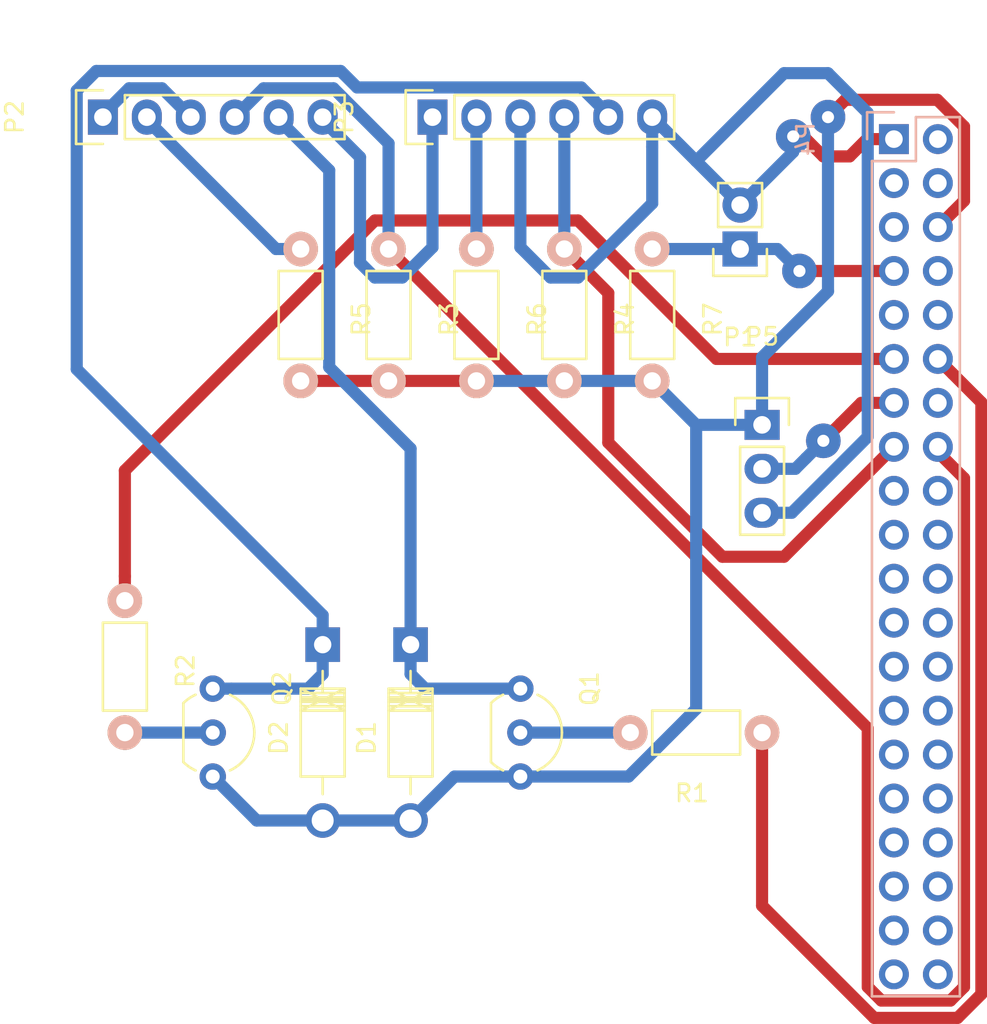
<source format=kicad_pcb>
(kicad_pcb (version 4) (host pcbnew 4.0.5)

  (general
    (links 35)
    (no_connects 2)
    (area 151.305 81.957142 208.903614 141.593614)
    (thickness 1.6)
    (drawings 0)
    (tracks 134)
    (zones 0)
    (modules 16)
    (nets 15)
  )

  (page A4)
  (layers
    (0 F.Cu signal)
    (31 B.Cu signal)
    (32 B.Adhes user)
    (33 F.Adhes user)
    (34 B.Paste user)
    (35 F.Paste user)
    (36 B.SilkS user)
    (37 F.SilkS user)
    (38 B.Mask user)
    (39 F.Mask user)
    (40 Dwgs.User user)
    (41 Cmts.User user)
    (42 Eco1.User user)
    (43 Eco2.User user)
    (44 Edge.Cuts user)
    (45 Margin user)
    (46 B.CrtYd user)
    (47 F.CrtYd user)
    (48 B.Fab user)
    (49 F.Fab user)
  )

  (setup
    (last_trace_width 0.7)
    (trace_clearance 0.3)
    (zone_clearance 0.508)
    (zone_45_only no)
    (trace_min 0.2)
    (segment_width 0.2)
    (edge_width 0.15)
    (via_size 2)
    (via_drill 0.7)
    (via_min_size 0.4)
    (via_min_drill 0.3)
    (uvia_size 0.3)
    (uvia_drill 0.1)
    (uvias_allowed no)
    (uvia_min_size 0.2)
    (uvia_min_drill 0.1)
    (pcb_text_width 0.3)
    (pcb_text_size 1.5 1.5)
    (mod_edge_width 0.15)
    (mod_text_size 1 1)
    (mod_text_width 0.15)
    (pad_size 1.524 1.524)
    (pad_drill 0.762)
    (pad_to_mask_clearance 0.2)
    (aux_axis_origin 0 0)
    (visible_elements FFFFFF7F)
    (pcbplotparams
      (layerselection 0x00030_80000001)
      (usegerberextensions false)
      (excludeedgelayer true)
      (linewidth 0.100000)
      (plotframeref false)
      (viasonmask false)
      (mode 1)
      (useauxorigin false)
      (hpglpennumber 1)
      (hpglpenspeed 20)
      (hpglpendiameter 15)
      (hpglpenoverlay 2)
      (psnegative false)
      (psa4output false)
      (plotreference true)
      (plotvalue true)
      (plotinvisibletext false)
      (padsonsilk false)
      (subtractmaskfromsilk false)
      (outputformat 1)
      (mirror false)
      (drillshape 1)
      (scaleselection 1)
      (outputdirectory ""))
  )

  (net 0 "")
  (net 1 GND)
  (net 2 /OUT_MOT_L)
  (net 3 /OUT_MOT_R)
  (net 4 /OUT_BUTTON)
  (net 5 +3V3)
  (net 6 /CATHODE_SEN_L)
  (net 7 /EMITTER_SEN_L)
  (net 8 /CATHODE_SEN_R)
  (net 9 /EMITTER_SEN_R)
  (net 10 /COMM_MOT_R)
  (net 11 /COMM_MOT_L)
  (net 12 /POT)
  (net 13 "Net-(Q1-Pad2)")
  (net 14 "Net-(Q2-Pad2)")

  (net_class Default "This is the default net class."
    (clearance 0.3)
    (trace_width 0.7)
    (via_dia 2)
    (via_drill 0.7)
    (uvia_dia 0.3)
    (uvia_drill 0.1)
    (add_net +3V3)
    (add_net /CATHODE_SEN_L)
    (add_net /CATHODE_SEN_R)
    (add_net /COMM_MOT_L)
    (add_net /COMM_MOT_R)
    (add_net /EMITTER_SEN_L)
    (add_net /EMITTER_SEN_R)
    (add_net /OUT_BUTTON)
    (add_net /OUT_MOT_L)
    (add_net /OUT_MOT_R)
    (add_net /POT)
    (add_net GND)
    (add_net "Net-(Q1-Pad2)")
    (add_net "Net-(Q2-Pad2)")
  )

  (module Diodes_THT:Diode_DO-41_SOD81_Horizontal_RM10 (layer F.Cu) (tedit 552FFCCE) (tstamp 5862C356)
    (at 175.26 119.38 270)
    (descr "Diode, DO-41, SOD81, Horizontal, RM 10mm,")
    (tags "Diode, DO-41, SOD81, Horizontal, RM 10mm, 1N4007, SB140,")
    (path /5861144F)
    (fp_text reference D1 (at 5.38734 2.53746 270) (layer F.SilkS)
      (effects (font (size 1 1) (thickness 0.15)))
    )
    (fp_text value 1N4001 (at 4.37134 -3.55854 270) (layer F.Fab)
      (effects (font (size 1 1) (thickness 0.15)))
    )
    (fp_line (start 7.62 -0.00254) (end 8.636 -0.00254) (layer F.SilkS) (width 0.15))
    (fp_line (start 2.794 -0.00254) (end 1.524 -0.00254) (layer F.SilkS) (width 0.15))
    (fp_line (start 3.048 -1.27254) (end 3.048 1.26746) (layer F.SilkS) (width 0.15))
    (fp_line (start 3.302 -1.27254) (end 3.302 1.26746) (layer F.SilkS) (width 0.15))
    (fp_line (start 3.556 -1.27254) (end 3.556 1.26746) (layer F.SilkS) (width 0.15))
    (fp_line (start 2.794 -1.27254) (end 2.794 1.26746) (layer F.SilkS) (width 0.15))
    (fp_line (start 3.81 -1.27254) (end 2.54 1.26746) (layer F.SilkS) (width 0.15))
    (fp_line (start 2.54 -1.27254) (end 3.81 1.26746) (layer F.SilkS) (width 0.15))
    (fp_line (start 3.81 -1.27254) (end 3.81 1.26746) (layer F.SilkS) (width 0.15))
    (fp_line (start 3.175 -1.27254) (end 3.175 1.26746) (layer F.SilkS) (width 0.15))
    (fp_line (start 2.54 1.26746) (end 2.54 -1.27254) (layer F.SilkS) (width 0.15))
    (fp_line (start 2.54 -1.27254) (end 7.62 -1.27254) (layer F.SilkS) (width 0.15))
    (fp_line (start 7.62 -1.27254) (end 7.62 1.26746) (layer F.SilkS) (width 0.15))
    (fp_line (start 7.62 1.26746) (end 2.54 1.26746) (layer F.SilkS) (width 0.15))
    (pad 2 thru_hole circle (at 10.16 -0.00254 90) (size 1.99898 1.99898) (drill 1.27) (layers *.Cu *.Mask)
      (net 1 GND))
    (pad 1 thru_hole rect (at 0 -0.00254 90) (size 1.99898 1.99898) (drill 1.00076) (layers *.Cu *.Mask)
      (net 2 /OUT_MOT_L))
  )

  (module Diodes_THT:Diode_DO-41_SOD81_Horizontal_RM10 (layer F.Cu) (tedit 552FFCCE) (tstamp 5862C35C)
    (at 170.18 119.38 270)
    (descr "Diode, DO-41, SOD81, Horizontal, RM 10mm,")
    (tags "Diode, DO-41, SOD81, Horizontal, RM 10mm, 1N4007, SB140,")
    (path /58617D13)
    (fp_text reference D2 (at 5.38734 2.53746 270) (layer F.SilkS)
      (effects (font (size 1 1) (thickness 0.15)))
    )
    (fp_text value 1N4001 (at 4.37134 -3.55854 270) (layer F.Fab)
      (effects (font (size 1 1) (thickness 0.15)))
    )
    (fp_line (start 7.62 -0.00254) (end 8.636 -0.00254) (layer F.SilkS) (width 0.15))
    (fp_line (start 2.794 -0.00254) (end 1.524 -0.00254) (layer F.SilkS) (width 0.15))
    (fp_line (start 3.048 -1.27254) (end 3.048 1.26746) (layer F.SilkS) (width 0.15))
    (fp_line (start 3.302 -1.27254) (end 3.302 1.26746) (layer F.SilkS) (width 0.15))
    (fp_line (start 3.556 -1.27254) (end 3.556 1.26746) (layer F.SilkS) (width 0.15))
    (fp_line (start 2.794 -1.27254) (end 2.794 1.26746) (layer F.SilkS) (width 0.15))
    (fp_line (start 3.81 -1.27254) (end 2.54 1.26746) (layer F.SilkS) (width 0.15))
    (fp_line (start 2.54 -1.27254) (end 3.81 1.26746) (layer F.SilkS) (width 0.15))
    (fp_line (start 3.81 -1.27254) (end 3.81 1.26746) (layer F.SilkS) (width 0.15))
    (fp_line (start 3.175 -1.27254) (end 3.175 1.26746) (layer F.SilkS) (width 0.15))
    (fp_line (start 2.54 1.26746) (end 2.54 -1.27254) (layer F.SilkS) (width 0.15))
    (fp_line (start 2.54 -1.27254) (end 7.62 -1.27254) (layer F.SilkS) (width 0.15))
    (fp_line (start 7.62 -1.27254) (end 7.62 1.26746) (layer F.SilkS) (width 0.15))
    (fp_line (start 7.62 1.26746) (end 2.54 1.26746) (layer F.SilkS) (width 0.15))
    (pad 2 thru_hole circle (at 10.16 -0.00254 90) (size 1.99898 1.99898) (drill 1.27) (layers *.Cu *.Mask)
      (net 1 GND))
    (pad 1 thru_hole rect (at 0 -0.00254 90) (size 1.99898 1.99898) (drill 1.00076) (layers *.Cu *.Mask)
      (net 3 /OUT_MOT_R))
  )

  (module Pin_Headers:Pin_Header_Straight_1x02 (layer F.Cu) (tedit 54EA090C) (tstamp 5862C362)
    (at 194.31 96.52 180)
    (descr "Through hole pin header")
    (tags "pin header")
    (path /58614371)
    (fp_text reference P1 (at 0 -5.1 180) (layer F.SilkS)
      (effects (font (size 1 1) (thickness 0.15)))
    )
    (fp_text value CONN_BUTTON (at 0 -3.1 180) (layer F.Fab)
      (effects (font (size 1 1) (thickness 0.15)))
    )
    (fp_line (start 1.27 1.27) (end 1.27 3.81) (layer F.SilkS) (width 0.15))
    (fp_line (start 1.55 -1.55) (end 1.55 0) (layer F.SilkS) (width 0.15))
    (fp_line (start -1.75 -1.75) (end -1.75 4.3) (layer F.CrtYd) (width 0.05))
    (fp_line (start 1.75 -1.75) (end 1.75 4.3) (layer F.CrtYd) (width 0.05))
    (fp_line (start -1.75 -1.75) (end 1.75 -1.75) (layer F.CrtYd) (width 0.05))
    (fp_line (start -1.75 4.3) (end 1.75 4.3) (layer F.CrtYd) (width 0.05))
    (fp_line (start 1.27 1.27) (end -1.27 1.27) (layer F.SilkS) (width 0.15))
    (fp_line (start -1.55 0) (end -1.55 -1.55) (layer F.SilkS) (width 0.15))
    (fp_line (start -1.55 -1.55) (end 1.55 -1.55) (layer F.SilkS) (width 0.15))
    (fp_line (start -1.27 1.27) (end -1.27 3.81) (layer F.SilkS) (width 0.15))
    (fp_line (start -1.27 3.81) (end 1.27 3.81) (layer F.SilkS) (width 0.15))
    (pad 1 thru_hole rect (at 0 0 180) (size 2.032 2.032) (drill 1.016) (layers *.Cu *.Mask)
      (net 4 /OUT_BUTTON))
    (pad 2 thru_hole oval (at 0 2.54 180) (size 2.032 2.032) (drill 1.016) (layers *.Cu *.Mask)
      (net 5 +3V3))
    (model Pin_Headers.3dshapes/Pin_Header_Straight_1x02.wrl
      (at (xyz 0 -0.05 0))
      (scale (xyz 1 1 1))
      (rotate (xyz 0 0 90))
    )
  )

  (module Pin_Headers:Pin_Header_Straight_1x06 (layer F.Cu) (tedit 0) (tstamp 5862C36C)
    (at 157.48 88.9 90)
    (descr "Through hole pin header")
    (tags "pin header")
    (path /586141A6)
    (fp_text reference P2 (at 0 -5.1 90) (layer F.SilkS)
      (effects (font (size 1 1) (thickness 0.15)))
    )
    (fp_text value CONN_MOT_SEN_L (at 0 -3.1 90) (layer F.Fab)
      (effects (font (size 1 1) (thickness 0.15)))
    )
    (fp_line (start -1.75 -1.75) (end -1.75 14.45) (layer F.CrtYd) (width 0.05))
    (fp_line (start 1.75 -1.75) (end 1.75 14.45) (layer F.CrtYd) (width 0.05))
    (fp_line (start -1.75 -1.75) (end 1.75 -1.75) (layer F.CrtYd) (width 0.05))
    (fp_line (start -1.75 14.45) (end 1.75 14.45) (layer F.CrtYd) (width 0.05))
    (fp_line (start 1.27 1.27) (end 1.27 13.97) (layer F.SilkS) (width 0.15))
    (fp_line (start 1.27 13.97) (end -1.27 13.97) (layer F.SilkS) (width 0.15))
    (fp_line (start -1.27 13.97) (end -1.27 1.27) (layer F.SilkS) (width 0.15))
    (fp_line (start 1.55 -1.55) (end 1.55 0) (layer F.SilkS) (width 0.15))
    (fp_line (start 1.27 1.27) (end -1.27 1.27) (layer F.SilkS) (width 0.15))
    (fp_line (start -1.55 0) (end -1.55 -1.55) (layer F.SilkS) (width 0.15))
    (fp_line (start -1.55 -1.55) (end 1.55 -1.55) (layer F.SilkS) (width 0.15))
    (pad 1 thru_hole rect (at 0 0 90) (size 2.032 1.7272) (drill 1.016) (layers *.Cu *.Mask)
      (net 5 +3V3))
    (pad 2 thru_hole oval (at 0 2.54 90) (size 2.032 1.7272) (drill 1.016) (layers *.Cu *.Mask)
      (net 6 /CATHODE_SEN_L))
    (pad 3 thru_hole oval (at 0 5.08 90) (size 2.032 1.7272) (drill 1.016) (layers *.Cu *.Mask)
      (net 5 +3V3))
    (pad 4 thru_hole oval (at 0 7.62 90) (size 2.032 1.7272) (drill 1.016) (layers *.Cu *.Mask)
      (net 7 /EMITTER_SEN_L))
    (pad 5 thru_hole oval (at 0 10.16 90) (size 2.032 1.7272) (drill 1.016) (layers *.Cu *.Mask)
      (net 2 /OUT_MOT_L))
    (pad 6 thru_hole oval (at 0 12.7 90) (size 2.032 1.7272) (drill 1.016) (layers *.Cu *.Mask)
      (net 5 +3V3))
    (model Pin_Headers.3dshapes/Pin_Header_Straight_1x06.wrl
      (at (xyz 0 -0.25 0))
      (scale (xyz 1 1 1))
      (rotate (xyz 0 0 90))
    )
  )

  (module Pin_Headers:Pin_Header_Straight_1x06 (layer F.Cu) (tedit 0) (tstamp 5862C376)
    (at 176.53 88.9 90)
    (descr "Through hole pin header")
    (tags "pin header")
    (path /5861586E)
    (fp_text reference P3 (at 0 -5.1 90) (layer F.SilkS)
      (effects (font (size 1 1) (thickness 0.15)))
    )
    (fp_text value CONN_MOT_SEN_R (at 0 -3.1 90) (layer F.Fab)
      (effects (font (size 1 1) (thickness 0.15)))
    )
    (fp_line (start -1.75 -1.75) (end -1.75 14.45) (layer F.CrtYd) (width 0.05))
    (fp_line (start 1.75 -1.75) (end 1.75 14.45) (layer F.CrtYd) (width 0.05))
    (fp_line (start -1.75 -1.75) (end 1.75 -1.75) (layer F.CrtYd) (width 0.05))
    (fp_line (start -1.75 14.45) (end 1.75 14.45) (layer F.CrtYd) (width 0.05))
    (fp_line (start 1.27 1.27) (end 1.27 13.97) (layer F.SilkS) (width 0.15))
    (fp_line (start 1.27 13.97) (end -1.27 13.97) (layer F.SilkS) (width 0.15))
    (fp_line (start -1.27 13.97) (end -1.27 1.27) (layer F.SilkS) (width 0.15))
    (fp_line (start 1.55 -1.55) (end 1.55 0) (layer F.SilkS) (width 0.15))
    (fp_line (start 1.27 1.27) (end -1.27 1.27) (layer F.SilkS) (width 0.15))
    (fp_line (start -1.55 0) (end -1.55 -1.55) (layer F.SilkS) (width 0.15))
    (fp_line (start -1.55 -1.55) (end 1.55 -1.55) (layer F.SilkS) (width 0.15))
    (pad 1 thru_hole rect (at 0 0 90) (size 2.032 1.7272) (drill 1.016) (layers *.Cu *.Mask)
      (net 5 +3V3))
    (pad 2 thru_hole oval (at 0 2.54 90) (size 2.032 1.7272) (drill 1.016) (layers *.Cu *.Mask)
      (net 8 /CATHODE_SEN_R))
    (pad 3 thru_hole oval (at 0 5.08 90) (size 2.032 1.7272) (drill 1.016) (layers *.Cu *.Mask)
      (net 5 +3V3))
    (pad 4 thru_hole oval (at 0 7.62 90) (size 2.032 1.7272) (drill 1.016) (layers *.Cu *.Mask)
      (net 9 /EMITTER_SEN_R))
    (pad 5 thru_hole oval (at 0 10.16 90) (size 2.032 1.7272) (drill 1.016) (layers *.Cu *.Mask)
      (net 3 /OUT_MOT_R))
    (pad 6 thru_hole oval (at 0 12.7 90) (size 2.032 1.7272) (drill 1.016) (layers *.Cu *.Mask)
      (net 5 +3V3))
    (model Pin_Headers.3dshapes/Pin_Header_Straight_1x06.wrl
      (at (xyz 0 -0.25 0))
      (scale (xyz 1 1 1))
      (rotate (xyz 0 0 90))
    )
  )

  (module Socket_Strips:Socket_Strip_Straight_2x20 (layer B.Cu) (tedit 0) (tstamp 5862C3A2)
    (at 203.2 90.17 270)
    (descr "Through hole socket strip")
    (tags "socket strip")
    (path /586143E0)
    (fp_text reference P4 (at 0 5.1 270) (layer B.SilkS)
      (effects (font (size 1 1) (thickness 0.15)) (justify mirror))
    )
    (fp_text value CONN_02X20 (at 0 3.1 270) (layer B.Fab)
      (effects (font (size 1 1) (thickness 0.15)) (justify mirror))
    )
    (fp_line (start -1.75 1.75) (end -1.75 -4.3) (layer B.CrtYd) (width 0.05))
    (fp_line (start 50.05 1.75) (end 50.05 -4.3) (layer B.CrtYd) (width 0.05))
    (fp_line (start -1.75 1.75) (end 50.05 1.75) (layer B.CrtYd) (width 0.05))
    (fp_line (start -1.75 -4.3) (end 50.05 -4.3) (layer B.CrtYd) (width 0.05))
    (fp_line (start 49.53 -3.81) (end -1.27 -3.81) (layer B.SilkS) (width 0.15))
    (fp_line (start 1.27 1.27) (end 49.53 1.27) (layer B.SilkS) (width 0.15))
    (fp_line (start 49.53 -3.81) (end 49.53 1.27) (layer B.SilkS) (width 0.15))
    (fp_line (start -1.27 -3.81) (end -1.27 -1.27) (layer B.SilkS) (width 0.15))
    (fp_line (start 0 1.55) (end -1.55 1.55) (layer B.SilkS) (width 0.15))
    (fp_line (start -1.27 -1.27) (end 1.27 -1.27) (layer B.SilkS) (width 0.15))
    (fp_line (start 1.27 -1.27) (end 1.27 1.27) (layer B.SilkS) (width 0.15))
    (fp_line (start -1.55 1.55) (end -1.55 0) (layer B.SilkS) (width 0.15))
    (pad 1 thru_hole rect (at 0 0 270) (size 1.7272 1.7272) (drill 1.016) (layers *.Cu *.Mask)
      (net 5 +3V3))
    (pad 2 thru_hole oval (at 0 -2.54 270) (size 1.7272 1.7272) (drill 1.016) (layers *.Cu *.Mask))
    (pad 3 thru_hole oval (at 2.54 0 270) (size 1.7272 1.7272) (drill 1.016) (layers *.Cu *.Mask))
    (pad 4 thru_hole oval (at 2.54 -2.54 270) (size 1.7272 1.7272) (drill 1.016) (layers *.Cu *.Mask))
    (pad 5 thru_hole oval (at 5.08 0 270) (size 1.7272 1.7272) (drill 1.016) (layers *.Cu *.Mask))
    (pad 6 thru_hole oval (at 5.08 -2.54 270) (size 1.7272 1.7272) (drill 1.016) (layers *.Cu *.Mask)
      (net 1 GND))
    (pad 7 thru_hole oval (at 7.62 0 270) (size 1.7272 1.7272) (drill 1.016) (layers *.Cu *.Mask)
      (net 4 /OUT_BUTTON))
    (pad 8 thru_hole oval (at 7.62 -2.54 270) (size 1.7272 1.7272) (drill 1.016) (layers *.Cu *.Mask))
    (pad 9 thru_hole oval (at 10.16 0 270) (size 1.7272 1.7272) (drill 1.016) (layers *.Cu *.Mask))
    (pad 10 thru_hole oval (at 10.16 -2.54 270) (size 1.7272 1.7272) (drill 1.016) (layers *.Cu *.Mask))
    (pad 11 thru_hole oval (at 12.7 0 270) (size 1.7272 1.7272) (drill 1.016) (layers *.Cu *.Mask)
      (net 10 /COMM_MOT_R))
    (pad 12 thru_hole oval (at 12.7 -2.54 270) (size 1.7272 1.7272) (drill 1.016) (layers *.Cu *.Mask)
      (net 11 /COMM_MOT_L))
    (pad 13 thru_hole oval (at 15.24 0 270) (size 1.7272 1.7272) (drill 1.016) (layers *.Cu *.Mask)
      (net 12 /POT))
    (pad 14 thru_hole oval (at 15.24 -2.54 270) (size 1.7272 1.7272) (drill 1.016) (layers *.Cu *.Mask))
    (pad 15 thru_hole oval (at 17.78 0 270) (size 1.7272 1.7272) (drill 1.016) (layers *.Cu *.Mask)
      (net 9 /EMITTER_SEN_R))
    (pad 16 thru_hole oval (at 17.78 -2.54 270) (size 1.7272 1.7272) (drill 1.016) (layers *.Cu *.Mask)
      (net 7 /EMITTER_SEN_L))
    (pad 17 thru_hole oval (at 20.32 0 270) (size 1.7272 1.7272) (drill 1.016) (layers *.Cu *.Mask))
    (pad 18 thru_hole oval (at 20.32 -2.54 270) (size 1.7272 1.7272) (drill 1.016) (layers *.Cu *.Mask))
    (pad 19 thru_hole oval (at 22.86 0 270) (size 1.7272 1.7272) (drill 1.016) (layers *.Cu *.Mask))
    (pad 20 thru_hole oval (at 22.86 -2.54 270) (size 1.7272 1.7272) (drill 1.016) (layers *.Cu *.Mask))
    (pad 21 thru_hole oval (at 25.4 0 270) (size 1.7272 1.7272) (drill 1.016) (layers *.Cu *.Mask))
    (pad 22 thru_hole oval (at 25.4 -2.54 270) (size 1.7272 1.7272) (drill 1.016) (layers *.Cu *.Mask))
    (pad 23 thru_hole oval (at 27.94 0 270) (size 1.7272 1.7272) (drill 1.016) (layers *.Cu *.Mask))
    (pad 24 thru_hole oval (at 27.94 -2.54 270) (size 1.7272 1.7272) (drill 1.016) (layers *.Cu *.Mask))
    (pad 25 thru_hole oval (at 30.48 0 270) (size 1.7272 1.7272) (drill 1.016) (layers *.Cu *.Mask))
    (pad 26 thru_hole oval (at 30.48 -2.54 270) (size 1.7272 1.7272) (drill 1.016) (layers *.Cu *.Mask))
    (pad 27 thru_hole oval (at 33.02 0 270) (size 1.7272 1.7272) (drill 1.016) (layers *.Cu *.Mask))
    (pad 28 thru_hole oval (at 33.02 -2.54 270) (size 1.7272 1.7272) (drill 1.016) (layers *.Cu *.Mask))
    (pad 29 thru_hole oval (at 35.56 0 270) (size 1.7272 1.7272) (drill 1.016) (layers *.Cu *.Mask))
    (pad 30 thru_hole oval (at 35.56 -2.54 270) (size 1.7272 1.7272) (drill 1.016) (layers *.Cu *.Mask))
    (pad 31 thru_hole oval (at 38.1 0 270) (size 1.7272 1.7272) (drill 1.016) (layers *.Cu *.Mask))
    (pad 32 thru_hole oval (at 38.1 -2.54 270) (size 1.7272 1.7272) (drill 1.016) (layers *.Cu *.Mask))
    (pad 33 thru_hole oval (at 40.64 0 270) (size 1.7272 1.7272) (drill 1.016) (layers *.Cu *.Mask))
    (pad 34 thru_hole oval (at 40.64 -2.54 270) (size 1.7272 1.7272) (drill 1.016) (layers *.Cu *.Mask))
    (pad 35 thru_hole oval (at 43.18 0 270) (size 1.7272 1.7272) (drill 1.016) (layers *.Cu *.Mask))
    (pad 36 thru_hole oval (at 43.18 -2.54 270) (size 1.7272 1.7272) (drill 1.016) (layers *.Cu *.Mask))
    (pad 37 thru_hole oval (at 45.72 0 270) (size 1.7272 1.7272) (drill 1.016) (layers *.Cu *.Mask))
    (pad 38 thru_hole oval (at 45.72 -2.54 270) (size 1.7272 1.7272) (drill 1.016) (layers *.Cu *.Mask))
    (pad 39 thru_hole oval (at 48.26 0 270) (size 1.7272 1.7272) (drill 1.016) (layers *.Cu *.Mask))
    (pad 40 thru_hole oval (at 48.26 -2.54 270) (size 1.7272 1.7272) (drill 1.016) (layers *.Cu *.Mask))
    (model Socket_Strips.3dshapes/Socket_Strip_Straight_2x20.wrl
      (at (xyz 0.95 -0.05 0))
      (scale (xyz 1 1 1))
      (rotate (xyz 0 0 180))
    )
  )

  (module Pin_Headers:Pin_Header_Straight_1x03 (layer F.Cu) (tedit 0) (tstamp 5862C3A9)
    (at 195.58 106.68)
    (descr "Through hole pin header")
    (tags "pin header")
    (path /5862D92F)
    (fp_text reference P5 (at 0 -5.1) (layer F.SilkS)
      (effects (font (size 1 1) (thickness 0.15)))
    )
    (fp_text value CONN_01X03 (at 0 -3.1) (layer F.Fab)
      (effects (font (size 1 1) (thickness 0.15)))
    )
    (fp_line (start -1.75 -1.75) (end -1.75 6.85) (layer F.CrtYd) (width 0.05))
    (fp_line (start 1.75 -1.75) (end 1.75 6.85) (layer F.CrtYd) (width 0.05))
    (fp_line (start -1.75 -1.75) (end 1.75 -1.75) (layer F.CrtYd) (width 0.05))
    (fp_line (start -1.75 6.85) (end 1.75 6.85) (layer F.CrtYd) (width 0.05))
    (fp_line (start -1.27 1.27) (end -1.27 6.35) (layer F.SilkS) (width 0.15))
    (fp_line (start -1.27 6.35) (end 1.27 6.35) (layer F.SilkS) (width 0.15))
    (fp_line (start 1.27 6.35) (end 1.27 1.27) (layer F.SilkS) (width 0.15))
    (fp_line (start 1.55 -1.55) (end 1.55 0) (layer F.SilkS) (width 0.15))
    (fp_line (start 1.27 1.27) (end -1.27 1.27) (layer F.SilkS) (width 0.15))
    (fp_line (start -1.55 0) (end -1.55 -1.55) (layer F.SilkS) (width 0.15))
    (fp_line (start -1.55 -1.55) (end 1.55 -1.55) (layer F.SilkS) (width 0.15))
    (pad 1 thru_hole rect (at 0 0) (size 2.032 1.7272) (drill 1.016) (layers *.Cu *.Mask)
      (net 1 GND))
    (pad 2 thru_hole oval (at 0 2.54) (size 2.032 1.7272) (drill 1.016) (layers *.Cu *.Mask)
      (net 12 /POT))
    (pad 3 thru_hole oval (at 0 5.08) (size 2.032 1.7272) (drill 1.016) (layers *.Cu *.Mask)
      (net 5 +3V3))
    (model Pin_Headers.3dshapes/Pin_Header_Straight_1x03.wrl
      (at (xyz 0 -0.1 0))
      (scale (xyz 1 1 1))
      (rotate (xyz 0 0 90))
    )
  )

  (module TO_SOT_Packages_THT:TO-92_Inline_Wide (layer F.Cu) (tedit 54F242B4) (tstamp 5862C3B0)
    (at 181.61 121.92 270)
    (descr "TO-92 leads in-line, wide, drill 0.8mm (see NXP sot054_po.pdf)")
    (tags "to-92 sc-43 sc-43a sot54 PA33 transistor")
    (path /5861141F)
    (fp_text reference Q1 (at 0 -4 450) (layer F.SilkS)
      (effects (font (size 1 1) (thickness 0.15)))
    )
    (fp_text value BC337 (at 0 3 270) (layer F.Fab)
      (effects (font (size 1 1) (thickness 0.15)))
    )
    (fp_arc (start 2.54 0) (end 0.84 1.7) (angle 20.5) (layer F.SilkS) (width 0.15))
    (fp_arc (start 2.54 0) (end 4.24 1.7) (angle -20.5) (layer F.SilkS) (width 0.15))
    (fp_line (start -1 1.95) (end -1 -2.65) (layer F.CrtYd) (width 0.05))
    (fp_line (start -1 1.95) (end 6.1 1.95) (layer F.CrtYd) (width 0.05))
    (fp_line (start 0.84 1.7) (end 4.24 1.7) (layer F.SilkS) (width 0.15))
    (fp_arc (start 2.54 0) (end 2.54 -2.4) (angle -65.55604127) (layer F.SilkS) (width 0.15))
    (fp_arc (start 2.54 0) (end 2.54 -2.4) (angle 65.55604127) (layer F.SilkS) (width 0.15))
    (fp_line (start -1 -2.65) (end 6.1 -2.65) (layer F.CrtYd) (width 0.05))
    (fp_line (start 6.1 1.95) (end 6.1 -2.65) (layer F.CrtYd) (width 0.05))
    (pad 2 thru_hole circle (at 2.54 0) (size 1.524 1.524) (drill 0.8) (layers *.Cu *.Mask)
      (net 13 "Net-(Q1-Pad2)"))
    (pad 3 thru_hole circle (at 5.08 0) (size 1.524 1.524) (drill 0.8) (layers *.Cu *.Mask)
      (net 1 GND))
    (pad 1 thru_hole circle (at 0 0) (size 1.524 1.524) (drill 0.8) (layers *.Cu *.Mask)
      (net 2 /OUT_MOT_L))
    (model TO_SOT_Packages_THT.3dshapes/TO-92_Inline_Wide.wrl
      (at (xyz 0.1 0 0))
      (scale (xyz 1 1 1))
      (rotate (xyz 0 0 -90))
    )
  )

  (module TO_SOT_Packages_THT:TO-92_Inline_Wide (layer F.Cu) (tedit 54F242B4) (tstamp 5862C3B7)
    (at 163.83 121.92 270)
    (descr "TO-92 leads in-line, wide, drill 0.8mm (see NXP sot054_po.pdf)")
    (tags "to-92 sc-43 sc-43a sot54 PA33 transistor")
    (path /58617D01)
    (fp_text reference Q2 (at 0 -4 450) (layer F.SilkS)
      (effects (font (size 1 1) (thickness 0.15)))
    )
    (fp_text value BC337 (at 0 3 270) (layer F.Fab)
      (effects (font (size 1 1) (thickness 0.15)))
    )
    (fp_arc (start 2.54 0) (end 0.84 1.7) (angle 20.5) (layer F.SilkS) (width 0.15))
    (fp_arc (start 2.54 0) (end 4.24 1.7) (angle -20.5) (layer F.SilkS) (width 0.15))
    (fp_line (start -1 1.95) (end -1 -2.65) (layer F.CrtYd) (width 0.05))
    (fp_line (start -1 1.95) (end 6.1 1.95) (layer F.CrtYd) (width 0.05))
    (fp_line (start 0.84 1.7) (end 4.24 1.7) (layer F.SilkS) (width 0.15))
    (fp_arc (start 2.54 0) (end 2.54 -2.4) (angle -65.55604127) (layer F.SilkS) (width 0.15))
    (fp_arc (start 2.54 0) (end 2.54 -2.4) (angle 65.55604127) (layer F.SilkS) (width 0.15))
    (fp_line (start -1 -2.65) (end 6.1 -2.65) (layer F.CrtYd) (width 0.05))
    (fp_line (start 6.1 1.95) (end 6.1 -2.65) (layer F.CrtYd) (width 0.05))
    (pad 2 thru_hole circle (at 2.54 0) (size 1.524 1.524) (drill 0.8) (layers *.Cu *.Mask)
      (net 14 "Net-(Q2-Pad2)"))
    (pad 3 thru_hole circle (at 5.08 0) (size 1.524 1.524) (drill 0.8) (layers *.Cu *.Mask)
      (net 1 GND))
    (pad 1 thru_hole circle (at 0 0) (size 1.524 1.524) (drill 0.8) (layers *.Cu *.Mask)
      (net 3 /OUT_MOT_R))
    (model TO_SOT_Packages_THT.3dshapes/TO-92_Inline_Wide.wrl
      (at (xyz 0.1 0 0))
      (scale (xyz 1 1 1))
      (rotate (xyz 0 0 -90))
    )
  )

  (module Resistors_THT:Resistor_Horizontal_RM7mm (layer F.Cu) (tedit 569FCF07) (tstamp 5862C4E6)
    (at 195.58 124.46 180)
    (descr "Resistor, Axial,  RM 7.62mm, 1/3W,")
    (tags "Resistor Axial RM 7.62mm 1/3W R3")
    (path /5861142B)
    (fp_text reference R1 (at 4.05892 -3.50012 180) (layer F.SilkS)
      (effects (font (size 1 1) (thickness 0.15)))
    )
    (fp_text value 330 (at 3.81 3.81 180) (layer F.Fab)
      (effects (font (size 1 1) (thickness 0.15)))
    )
    (fp_line (start -1.25 -1.5) (end 8.85 -1.5) (layer F.CrtYd) (width 0.05))
    (fp_line (start -1.25 1.5) (end -1.25 -1.5) (layer F.CrtYd) (width 0.05))
    (fp_line (start 8.85 -1.5) (end 8.85 1.5) (layer F.CrtYd) (width 0.05))
    (fp_line (start -1.25 1.5) (end 8.85 1.5) (layer F.CrtYd) (width 0.05))
    (fp_line (start 1.27 -1.27) (end 6.35 -1.27) (layer F.SilkS) (width 0.15))
    (fp_line (start 6.35 -1.27) (end 6.35 1.27) (layer F.SilkS) (width 0.15))
    (fp_line (start 6.35 1.27) (end 1.27 1.27) (layer F.SilkS) (width 0.15))
    (fp_line (start 1.27 1.27) (end 1.27 -1.27) (layer F.SilkS) (width 0.15))
    (pad 1 thru_hole circle (at 0 0 180) (size 1.99898 1.99898) (drill 1.00076) (layers *.Cu *.SilkS *.Mask)
      (net 11 /COMM_MOT_L))
    (pad 2 thru_hole circle (at 7.62 0 180) (size 1.99898 1.99898) (drill 1.00076) (layers *.Cu *.SilkS *.Mask)
      (net 13 "Net-(Q1-Pad2)"))
  )

  (module Resistors_THT:Resistor_Horizontal_RM7mm (layer F.Cu) (tedit 569FCF07) (tstamp 5862C4EB)
    (at 158.75 116.84 270)
    (descr "Resistor, Axial,  RM 7.62mm, 1/3W,")
    (tags "Resistor Axial RM 7.62mm 1/3W R3")
    (path /58617D0D)
    (fp_text reference R2 (at 4.05892 -3.50012 270) (layer F.SilkS)
      (effects (font (size 1 1) (thickness 0.15)))
    )
    (fp_text value 330 (at 3.81 3.81 270) (layer F.Fab)
      (effects (font (size 1 1) (thickness 0.15)))
    )
    (fp_line (start -1.25 -1.5) (end 8.85 -1.5) (layer F.CrtYd) (width 0.05))
    (fp_line (start -1.25 1.5) (end -1.25 -1.5) (layer F.CrtYd) (width 0.05))
    (fp_line (start 8.85 -1.5) (end 8.85 1.5) (layer F.CrtYd) (width 0.05))
    (fp_line (start -1.25 1.5) (end 8.85 1.5) (layer F.CrtYd) (width 0.05))
    (fp_line (start 1.27 -1.27) (end 6.35 -1.27) (layer F.SilkS) (width 0.15))
    (fp_line (start 6.35 -1.27) (end 6.35 1.27) (layer F.SilkS) (width 0.15))
    (fp_line (start 6.35 1.27) (end 1.27 1.27) (layer F.SilkS) (width 0.15))
    (fp_line (start 1.27 1.27) (end 1.27 -1.27) (layer F.SilkS) (width 0.15))
    (pad 1 thru_hole circle (at 0 0 270) (size 1.99898 1.99898) (drill 1.00076) (layers *.Cu *.SilkS *.Mask)
      (net 10 /COMM_MOT_R))
    (pad 2 thru_hole circle (at 7.62 0 270) (size 1.99898 1.99898) (drill 1.00076) (layers *.Cu *.SilkS *.Mask)
      (net 14 "Net-(Q2-Pad2)"))
  )

  (module Resistors_THT:Resistor_Horizontal_RM7mm (layer F.Cu) (tedit 569FCF07) (tstamp 5862C4F0)
    (at 173.99 96.52 270)
    (descr "Resistor, Axial,  RM 7.62mm, 1/3W,")
    (tags "Resistor Axial RM 7.62mm 1/3W R3")
    (path /58613FB1)
    (fp_text reference R3 (at 4.05892 -3.50012 270) (layer F.SilkS)
      (effects (font (size 1 1) (thickness 0.15)))
    )
    (fp_text value 1K (at 3.81 3.81 270) (layer F.Fab)
      (effects (font (size 1 1) (thickness 0.15)))
    )
    (fp_line (start -1.25 -1.5) (end 8.85 -1.5) (layer F.CrtYd) (width 0.05))
    (fp_line (start -1.25 1.5) (end -1.25 -1.5) (layer F.CrtYd) (width 0.05))
    (fp_line (start 8.85 -1.5) (end 8.85 1.5) (layer F.CrtYd) (width 0.05))
    (fp_line (start -1.25 1.5) (end 8.85 1.5) (layer F.CrtYd) (width 0.05))
    (fp_line (start 1.27 -1.27) (end 6.35 -1.27) (layer F.SilkS) (width 0.15))
    (fp_line (start 6.35 -1.27) (end 6.35 1.27) (layer F.SilkS) (width 0.15))
    (fp_line (start 6.35 1.27) (end 1.27 1.27) (layer F.SilkS) (width 0.15))
    (fp_line (start 1.27 1.27) (end 1.27 -1.27) (layer F.SilkS) (width 0.15))
    (pad 1 thru_hole circle (at 0 0 270) (size 1.99898 1.99898) (drill 1.00076) (layers *.Cu *.SilkS *.Mask)
      (net 7 /EMITTER_SEN_L))
    (pad 2 thru_hole circle (at 7.62 0 270) (size 1.99898 1.99898) (drill 1.00076) (layers *.Cu *.SilkS *.Mask)
      (net 1 GND))
  )

  (module Resistors_THT:Resistor_Horizontal_RM7mm (layer F.Cu) (tedit 569FCF07) (tstamp 5862C4F5)
    (at 184.15 96.52 270)
    (descr "Resistor, Axial,  RM 7.62mm, 1/3W,")
    (tags "Resistor Axial RM 7.62mm 1/3W R3")
    (path /58617D3F)
    (fp_text reference R4 (at 4.05892 -3.50012 270) (layer F.SilkS)
      (effects (font (size 1 1) (thickness 0.15)))
    )
    (fp_text value 1K (at 3.81 3.81 270) (layer F.Fab)
      (effects (font (size 1 1) (thickness 0.15)))
    )
    (fp_line (start -1.25 -1.5) (end 8.85 -1.5) (layer F.CrtYd) (width 0.05))
    (fp_line (start -1.25 1.5) (end -1.25 -1.5) (layer F.CrtYd) (width 0.05))
    (fp_line (start 8.85 -1.5) (end 8.85 1.5) (layer F.CrtYd) (width 0.05))
    (fp_line (start -1.25 1.5) (end 8.85 1.5) (layer F.CrtYd) (width 0.05))
    (fp_line (start 1.27 -1.27) (end 6.35 -1.27) (layer F.SilkS) (width 0.15))
    (fp_line (start 6.35 -1.27) (end 6.35 1.27) (layer F.SilkS) (width 0.15))
    (fp_line (start 6.35 1.27) (end 1.27 1.27) (layer F.SilkS) (width 0.15))
    (fp_line (start 1.27 1.27) (end 1.27 -1.27) (layer F.SilkS) (width 0.15))
    (pad 1 thru_hole circle (at 0 0 270) (size 1.99898 1.99898) (drill 1.00076) (layers *.Cu *.SilkS *.Mask)
      (net 9 /EMITTER_SEN_R))
    (pad 2 thru_hole circle (at 7.62 0 270) (size 1.99898 1.99898) (drill 1.00076) (layers *.Cu *.SilkS *.Mask)
      (net 1 GND))
  )

  (module Resistors_THT:Resistor_Horizontal_RM7mm (layer F.Cu) (tedit 569FCF07) (tstamp 5862C4FA)
    (at 168.91 96.52 270)
    (descr "Resistor, Axial,  RM 7.62mm, 1/3W,")
    (tags "Resistor Axial RM 7.62mm 1/3W R3")
    (path /58613F2D)
    (fp_text reference R5 (at 4.05892 -3.50012 270) (layer F.SilkS)
      (effects (font (size 1 1) (thickness 0.15)))
    )
    (fp_text value 330 (at 3.81 3.81 270) (layer F.Fab)
      (effects (font (size 1 1) (thickness 0.15)))
    )
    (fp_line (start -1.25 -1.5) (end 8.85 -1.5) (layer F.CrtYd) (width 0.05))
    (fp_line (start -1.25 1.5) (end -1.25 -1.5) (layer F.CrtYd) (width 0.05))
    (fp_line (start 8.85 -1.5) (end 8.85 1.5) (layer F.CrtYd) (width 0.05))
    (fp_line (start -1.25 1.5) (end 8.85 1.5) (layer F.CrtYd) (width 0.05))
    (fp_line (start 1.27 -1.27) (end 6.35 -1.27) (layer F.SilkS) (width 0.15))
    (fp_line (start 6.35 -1.27) (end 6.35 1.27) (layer F.SilkS) (width 0.15))
    (fp_line (start 6.35 1.27) (end 1.27 1.27) (layer F.SilkS) (width 0.15))
    (fp_line (start 1.27 1.27) (end 1.27 -1.27) (layer F.SilkS) (width 0.15))
    (pad 1 thru_hole circle (at 0 0 270) (size 1.99898 1.99898) (drill 1.00076) (layers *.Cu *.SilkS *.Mask)
      (net 6 /CATHODE_SEN_L))
    (pad 2 thru_hole circle (at 7.62 0 270) (size 1.99898 1.99898) (drill 1.00076) (layers *.Cu *.SilkS *.Mask)
      (net 1 GND))
  )

  (module Resistors_THT:Resistor_Horizontal_RM7mm (layer F.Cu) (tedit 569FCF07) (tstamp 5862C4FF)
    (at 179.07 96.52 270)
    (descr "Resistor, Axial,  RM 7.62mm, 1/3W,")
    (tags "Resistor Axial RM 7.62mm 1/3W R3")
    (path /58617D2B)
    (fp_text reference R6 (at 4.05892 -3.50012 270) (layer F.SilkS)
      (effects (font (size 1 1) (thickness 0.15)))
    )
    (fp_text value 330 (at 3.81 3.81 270) (layer F.Fab)
      (effects (font (size 1 1) (thickness 0.15)))
    )
    (fp_line (start -1.25 -1.5) (end 8.85 -1.5) (layer F.CrtYd) (width 0.05))
    (fp_line (start -1.25 1.5) (end -1.25 -1.5) (layer F.CrtYd) (width 0.05))
    (fp_line (start 8.85 -1.5) (end 8.85 1.5) (layer F.CrtYd) (width 0.05))
    (fp_line (start -1.25 1.5) (end 8.85 1.5) (layer F.CrtYd) (width 0.05))
    (fp_line (start 1.27 -1.27) (end 6.35 -1.27) (layer F.SilkS) (width 0.15))
    (fp_line (start 6.35 -1.27) (end 6.35 1.27) (layer F.SilkS) (width 0.15))
    (fp_line (start 6.35 1.27) (end 1.27 1.27) (layer F.SilkS) (width 0.15))
    (fp_line (start 1.27 1.27) (end 1.27 -1.27) (layer F.SilkS) (width 0.15))
    (pad 1 thru_hole circle (at 0 0 270) (size 1.99898 1.99898) (drill 1.00076) (layers *.Cu *.SilkS *.Mask)
      (net 8 /CATHODE_SEN_R))
    (pad 2 thru_hole circle (at 7.62 0 270) (size 1.99898 1.99898) (drill 1.00076) (layers *.Cu *.SilkS *.Mask)
      (net 1 GND))
  )

  (module Resistors_THT:Resistor_Horizontal_RM7mm (layer F.Cu) (tedit 569FCF07) (tstamp 5862C504)
    (at 189.23 96.52 270)
    (descr "Resistor, Axial,  RM 7.62mm, 1/3W,")
    (tags "Resistor Axial RM 7.62mm 1/3W R3")
    (path /586140FD)
    (fp_text reference R7 (at 4.05892 -3.50012 270) (layer F.SilkS)
      (effects (font (size 1 1) (thickness 0.15)))
    )
    (fp_text value 1K (at 3.81 3.81 270) (layer F.Fab)
      (effects (font (size 1 1) (thickness 0.15)))
    )
    (fp_line (start -1.25 -1.5) (end 8.85 -1.5) (layer F.CrtYd) (width 0.05))
    (fp_line (start -1.25 1.5) (end -1.25 -1.5) (layer F.CrtYd) (width 0.05))
    (fp_line (start 8.85 -1.5) (end 8.85 1.5) (layer F.CrtYd) (width 0.05))
    (fp_line (start -1.25 1.5) (end 8.85 1.5) (layer F.CrtYd) (width 0.05))
    (fp_line (start 1.27 -1.27) (end 6.35 -1.27) (layer F.SilkS) (width 0.15))
    (fp_line (start 6.35 -1.27) (end 6.35 1.27) (layer F.SilkS) (width 0.15))
    (fp_line (start 6.35 1.27) (end 1.27 1.27) (layer F.SilkS) (width 0.15))
    (fp_line (start 1.27 1.27) (end 1.27 -1.27) (layer F.SilkS) (width 0.15))
    (pad 1 thru_hole circle (at 0 0 270) (size 1.99898 1.99898) (drill 1.00076) (layers *.Cu *.SilkS *.Mask)
      (net 4 /OUT_BUTTON))
    (pad 2 thru_hole circle (at 7.62 0 270) (size 1.99898 1.99898) (drill 1.00076) (layers *.Cu *.SilkS *.Mask)
      (net 1 GND))
  )

  (segment (start 184.15 104.14) (end 189.23 104.14) (width 0.7) (layer B.Cu) (net 1))
  (segment (start 179.07 104.14) (end 184.15 104.14) (width 0.7) (layer B.Cu) (net 1))
  (segment (start 173.99 104.14) (end 179.07 104.14) (width 0.7) (layer F.Cu) (net 1))
  (segment (start 168.91 104.14) (end 173.99 104.14) (width 0.7) (layer F.Cu) (net 1))
  (segment (start 181.61 127) (end 187.861248 127) (width 0.7) (layer B.Cu) (net 1))
  (segment (start 191.77 123.091248) (end 191.77 106.68) (width 0.7) (layer B.Cu) (net 1))
  (segment (start 187.861248 127) (end 191.77 123.091248) (width 0.7) (layer B.Cu) (net 1))
  (segment (start 199.39 88.9) (end 200.389999 87.900001) (width 0.7) (layer F.Cu) (net 1))
  (segment (start 205.710131 87.900001) (end 207.253601 89.443471) (width 0.7) (layer F.Cu) (net 1))
  (segment (start 207.253601 89.443471) (end 207.253601 93.736399) (width 0.7) (layer F.Cu) (net 1))
  (segment (start 207.253601 93.736399) (end 206.603599 94.386401) (width 0.7) (layer F.Cu) (net 1))
  (segment (start 200.389999 87.900001) (end 205.710131 87.900001) (width 0.7) (layer F.Cu) (net 1))
  (segment (start 206.603599 94.386401) (end 205.74 95.25) (width 0.7) (layer F.Cu) (net 1))
  (segment (start 199.39 98.962002) (end 199.39 88.9) (width 0.7) (layer B.Cu) (net 1))
  (segment (start 195.58 106.68) (end 195.58 102.772002) (width 0.7) (layer B.Cu) (net 1))
  (segment (start 195.58 102.772002) (end 199.39 98.962002) (width 0.7) (layer B.Cu) (net 1))
  (via (at 199.39 88.9) (size 2) (drill 0.7) (layers F.Cu B.Cu) (net 1))
  (segment (start 195.58 106.68) (end 191.77 106.68) (width 0.7) (layer B.Cu) (net 1))
  (segment (start 191.77 106.68) (end 189.23 104.14) (width 0.7) (layer B.Cu) (net 1))
  (segment (start 170.18254 129.54) (end 175.26254 129.54) (width 0.7) (layer B.Cu) (net 1))
  (segment (start 170.18254 129.54) (end 166.37 129.54) (width 0.7) (layer B.Cu) (net 1))
  (segment (start 166.37 129.54) (end 163.83 127) (width 0.7) (layer B.Cu) (net 1))
  (segment (start 181.61 127) (end 177.80254 127) (width 0.7) (layer B.Cu) (net 1))
  (segment (start 177.80254 127) (end 175.26254 129.54) (width 0.7) (layer B.Cu) (net 1))
  (segment (start 175.26254 119.38) (end 175.26254 108.051292) (width 0.7) (layer B.Cu) (net 2))
  (segment (start 170.559491 103.348243) (end 170.559491 91.971891) (width 0.7) (layer B.Cu) (net 2))
  (segment (start 170.559491 91.971891) (end 167.64 89.0524) (width 0.7) (layer B.Cu) (net 2))
  (segment (start 175.26254 108.051292) (end 170.559491 103.348243) (width 0.7) (layer B.Cu) (net 2))
  (segment (start 167.64 89.0524) (end 167.64 88.9) (width 0.7) (layer B.Cu) (net 2))
  (segment (start 181.61 121.92) (end 176.10305 121.92) (width 0.7) (layer B.Cu) (net 2))
  (segment (start 176.10305 121.92) (end 175.26254 121.07949) (width 0.7) (layer B.Cu) (net 2))
  (segment (start 175.26254 121.07949) (end 175.26254 119.38) (width 0.7) (layer B.Cu) (net 2))
  (segment (start 185.1264 87.184) (end 186.69 88.7476) (width 0.7) (layer B.Cu) (net 3))
  (segment (start 172.171195 87.184) (end 185.1264 87.184) (width 0.7) (layer B.Cu) (net 3))
  (segment (start 155.966399 87.363999) (end 157.096419 86.233979) (width 0.7) (layer B.Cu) (net 3))
  (segment (start 157.096419 86.233979) (end 171.221175 86.233979) (width 0.7) (layer B.Cu) (net 3))
  (segment (start 155.966399 103.464369) (end 155.966399 87.363999) (width 0.7) (layer B.Cu) (net 3))
  (segment (start 170.18254 117.68051) (end 155.966399 103.464369) (width 0.7) (layer B.Cu) (net 3))
  (segment (start 186.69 88.7476) (end 186.69 88.9) (width 0.7) (layer B.Cu) (net 3))
  (segment (start 171.221175 86.233979) (end 172.171195 87.184) (width 0.7) (layer B.Cu) (net 3))
  (segment (start 170.18254 119.38) (end 170.18254 117.68051) (width 0.7) (layer B.Cu) (net 3))
  (segment (start 186.69 89.0524) (end 186.69 88.9) (width 0.7) (layer B.Cu) (net 3))
  (segment (start 170.18254 119.38) (end 170.18254 121.07949) (width 0.7) (layer B.Cu) (net 3))
  (segment (start 170.18254 121.07949) (end 169.34203 121.92) (width 0.7) (layer B.Cu) (net 3))
  (segment (start 169.34203 121.92) (end 164.90763 121.92) (width 0.7) (layer B.Cu) (net 3))
  (segment (start 164.90763 121.92) (end 163.83 121.92) (width 0.7) (layer B.Cu) (net 3))
  (segment (start 194.31 96.52) (end 189.23 96.52) (width 0.7) (layer B.Cu) (net 4))
  (segment (start 203.2 97.79) (end 197.73999 97.79) (width 0.7) (layer F.Cu) (net 4))
  (segment (start 196.739991 96.790001) (end 197.73999 97.79) (width 0.7) (layer B.Cu) (net 4))
  (via (at 197.73999 97.79) (size 2) (drill 0.7) (layers F.Cu B.Cu) (net 4))
  (segment (start 196.46999 96.52) (end 196.739991 96.790001) (width 0.7) (layer B.Cu) (net 4))
  (segment (start 194.31 96.52) (end 196.46999 96.52) (width 0.7) (layer B.Cu) (net 4))
  (segment (start 194.31 93.98) (end 191.77 91.44) (width 0.7) (layer B.Cu) (net 5))
  (segment (start 191.77 91.44) (end 189.23 88.9) (width 0.7) (layer B.Cu) (net 5))
  (segment (start 196.85 86.36) (end 191.77 91.44) (width 0.7) (layer B.Cu) (net 5))
  (segment (start 199.39 86.36) (end 196.85 86.36) (width 0.7) (layer B.Cu) (net 5))
  (segment (start 201.686399 88.656399) (end 199.39 86.36) (width 0.7) (layer B.Cu) (net 5))
  (segment (start 197.296 111.76) (end 201.686399 107.369601) (width 0.7) (layer B.Cu) (net 5))
  (segment (start 195.58 111.76) (end 197.296 111.76) (width 0.7) (layer B.Cu) (net 5))
  (segment (start 201.686399 107.369601) (end 201.686399 88.656399) (width 0.7) (layer B.Cu) (net 5))
  (segment (start 181.61 88.9) (end 181.61 96.421248) (width 0.7) (layer B.Cu) (net 5))
  (segment (start 181.61 96.421248) (end 183.358243 98.169491) (width 0.7) (layer B.Cu) (net 5))
  (segment (start 183.358243 98.169491) (end 184.941757 98.169491) (width 0.7) (layer B.Cu) (net 5))
  (segment (start 184.941757 98.169491) (end 189.23 93.881248) (width 0.7) (layer B.Cu) (net 5))
  (segment (start 189.23 93.881248) (end 189.23 90.616) (width 0.7) (layer B.Cu) (net 5))
  (segment (start 189.23 90.616) (end 189.23 88.9) (width 0.7) (layer B.Cu) (net 5))
  (segment (start 170.18 88.9) (end 170.18 89.0524) (width 0.7) (layer B.Cu) (net 5))
  (segment (start 172.340509 97.311757) (end 173.198243 98.169491) (width 0.7) (layer B.Cu) (net 5))
  (segment (start 170.18 89.0524) (end 172.340509 91.212909) (width 0.7) (layer B.Cu) (net 5))
  (segment (start 172.340509 91.212909) (end 172.340509 97.311757) (width 0.7) (layer B.Cu) (net 5))
  (segment (start 173.198243 98.169491) (end 174.781757 98.169491) (width 0.7) (layer B.Cu) (net 5))
  (segment (start 176.53 96.421248) (end 176.53 90.616) (width 0.7) (layer B.Cu) (net 5))
  (segment (start 174.781757 98.169491) (end 176.53 96.421248) (width 0.7) (layer B.Cu) (net 5))
  (segment (start 176.53 90.616) (end 176.53 88.9) (width 0.7) (layer B.Cu) (net 5))
  (segment (start 158.99361 87.23399) (end 160.89399 87.23399) (width 0.7) (layer B.Cu) (net 5))
  (segment (start 160.89399 87.23399) (end 162.56 88.9) (width 0.7) (layer B.Cu) (net 5))
  (segment (start 157.48 88.9) (end 157.48 88.7476) (width 0.7) (layer B.Cu) (net 5))
  (segment (start 157.48 88.7476) (end 158.99361 87.23399) (width 0.7) (layer B.Cu) (net 5))
  (segment (start 199.119999 91.169999) (end 198.12 90.17) (width 0.7) (layer F.Cu) (net 5))
  (segment (start 203.2 90.17) (end 201.6364 90.17) (width 0.7) (layer F.Cu) (net 5))
  (segment (start 197.377863 90.912137) (end 197.377863 90.014163) (width 0.7) (layer B.Cu) (net 5))
  (segment (start 194.31 93.98) (end 197.377863 90.912137) (width 0.7) (layer B.Cu) (net 5))
  (segment (start 198.12 90.17) (end 197.964163 90.014163) (width 0.7) (layer F.Cu) (net 5))
  (segment (start 201.6364 90.17) (end 200.636401 91.169999) (width 0.7) (layer F.Cu) (net 5))
  (via (at 197.377863 90.014163) (size 2) (drill 0.7) (layers F.Cu B.Cu) (net 5))
  (segment (start 200.636401 91.169999) (end 199.119999 91.169999) (width 0.7) (layer F.Cu) (net 5))
  (segment (start 197.964163 90.014163) (end 197.377863 90.014163) (width 0.7) (layer F.Cu) (net 5))
  (segment (start 160.02 88.9) (end 160.02 89.0524) (width 0.7) (layer B.Cu) (net 6))
  (segment (start 160.02 89.0524) (end 167.4876 96.52) (width 0.7) (layer B.Cu) (net 6))
  (segment (start 167.4876 96.52) (end 167.496508 96.52) (width 0.7) (layer B.Cu) (net 6))
  (segment (start 167.496508 96.52) (end 168.91 96.52) (width 0.7) (layer B.Cu) (net 6))
  (segment (start 170.806957 87.23399) (end 173.99 90.417033) (width 0.7) (layer B.Cu) (net 7))
  (segment (start 165.1 88.9) (end 166.76601 87.23399) (width 0.7) (layer B.Cu) (net 7))
  (segment (start 166.76601 87.23399) (end 170.806957 87.23399) (width 0.7) (layer B.Cu) (net 7))
  (segment (start 173.99 90.417033) (end 173.99 95.106508) (width 0.7) (layer B.Cu) (net 7))
  (segment (start 173.99 95.106508) (end 173.99 96.52) (width 0.7) (layer B.Cu) (net 7))
  (segment (start 201.686399 124.216399) (end 173.99 96.52) (width 0.7) (layer F.Cu) (net 7))
  (segment (start 202.473471 139.943601) (end 201.686399 139.156529) (width 0.7) (layer F.Cu) (net 7))
  (segment (start 205.74 108.24987) (end 207.253601 109.763471) (width 0.7) (layer F.Cu) (net 7))
  (segment (start 205.74 107.95) (end 205.74 108.24987) (width 0.7) (layer F.Cu) (net 7))
  (segment (start 207.253601 109.763471) (end 207.253601 139.156529) (width 0.7) (layer F.Cu) (net 7))
  (segment (start 207.253601 139.156529) (end 206.466529 139.943601) (width 0.7) (layer F.Cu) (net 7))
  (segment (start 206.466529 139.943601) (end 202.473471 139.943601) (width 0.7) (layer F.Cu) (net 7))
  (segment (start 201.686399 139.156529) (end 201.686399 124.216399) (width 0.7) (layer F.Cu) (net 7))
  (segment (start 179.07 88.9) (end 179.07 96.52) (width 0.7) (layer B.Cu) (net 8))
  (segment (start 184.15 88.9) (end 184.15 96.52) (width 0.7) (layer B.Cu) (net 9))
  (segment (start 193.28298 114.3) (end 186.69 107.70702) (width 0.7) (layer F.Cu) (net 9))
  (segment (start 185.149489 97.519489) (end 184.15 96.52) (width 0.7) (layer F.Cu) (net 9))
  (segment (start 186.69 99.06) (end 185.149489 97.519489) (width 0.7) (layer F.Cu) (net 9))
  (segment (start 186.69 107.70702) (end 186.69 99.06) (width 0.7) (layer F.Cu) (net 9))
  (segment (start 196.85 114.3) (end 193.28298 114.3) (width 0.7) (layer F.Cu) (net 9))
  (segment (start 203.2 107.95) (end 196.85 114.3) (width 0.7) (layer F.Cu) (net 9))
  (segment (start 173.198243 94.870509) (end 158.75 109.318752) (width 0.7) (layer F.Cu) (net 10))
  (segment (start 184.941757 94.870509) (end 173.198243 94.870509) (width 0.7) (layer F.Cu) (net 10))
  (segment (start 203.2 102.87) (end 192.941248 102.87) (width 0.7) (layer F.Cu) (net 10))
  (segment (start 192.941248 102.87) (end 184.941757 94.870509) (width 0.7) (layer F.Cu) (net 10))
  (segment (start 158.75 109.318752) (end 158.75 115.426508) (width 0.7) (layer F.Cu) (net 10))
  (segment (start 158.75 115.426508) (end 158.75 116.84) (width 0.7) (layer F.Cu) (net 10))
  (segment (start 195.58 124.46) (end 195.58 134.464359) (width 0.7) (layer F.Cu) (net 11))
  (segment (start 208.253612 139.570747) (end 208.253612 105.383612) (width 0.7) (layer F.Cu) (net 11))
  (segment (start 202.059253 140.943612) (end 206.880747 140.943612) (width 0.7) (layer F.Cu) (net 11))
  (segment (start 206.603599 103.733599) (end 205.74 102.87) (width 0.7) (layer F.Cu) (net 11))
  (segment (start 206.880747 140.943612) (end 208.253612 139.570747) (width 0.7) (layer F.Cu) (net 11))
  (segment (start 208.253612 105.383612) (end 206.603599 103.733599) (width 0.7) (layer F.Cu) (net 11))
  (segment (start 195.58 134.464359) (end 202.059253 140.943612) (width 0.7) (layer F.Cu) (net 11))
  (segment (start 200.120751 106.601781) (end 199.120752 107.60178) (width 0.7) (layer F.Cu) (net 12))
  (segment (start 201.312532 105.41) (end 200.120751 106.601781) (width 0.7) (layer F.Cu) (net 12))
  (segment (start 203.2 105.41) (end 201.312532 105.41) (width 0.7) (layer F.Cu) (net 12))
  (segment (start 198.120753 108.601779) (end 199.120752 107.60178) (width 0.7) (layer B.Cu) (net 12))
  (segment (start 197.502532 109.22) (end 198.120753 108.601779) (width 0.7) (layer B.Cu) (net 12))
  (segment (start 195.58 109.22) (end 197.502532 109.22) (width 0.7) (layer B.Cu) (net 12))
  (via (at 199.120752 107.60178) (size 2) (drill 0.7) (layers F.Cu B.Cu) (net 12))
  (segment (start 187.96 124.46) (end 181.61 124.46) (width 0.7) (layer B.Cu) (net 13))
  (segment (start 163.83 124.46) (end 158.75 124.46) (width 0.7) (layer B.Cu) (net 14))

)

</source>
